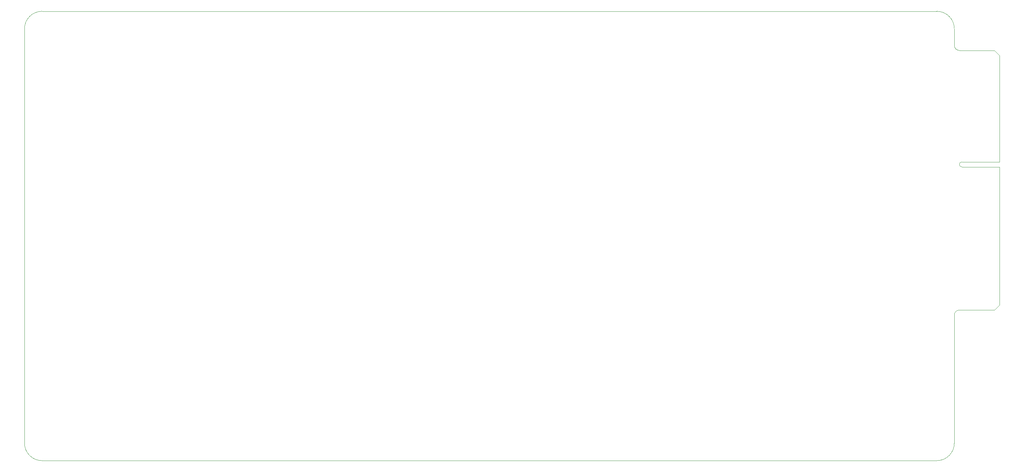
<source format=gm1>
G04 #@! TF.GenerationSoftware,KiCad,Pcbnew,(5.1.12)-1*
G04 #@! TF.CreationDate,2024-01-30T16:00:46+00:00*
G04 #@! TF.ProjectId,Backplane,4261636b-706c-4616-9e65-2e6b69636164,rev?*
G04 #@! TF.SameCoordinates,Original*
G04 #@! TF.FileFunction,Profile,NP*
%FSLAX46Y46*%
G04 Gerber Fmt 4.6, Leading zero omitted, Abs format (unit mm)*
G04 Created by KiCad (PCBNEW (5.1.12)-1) date 2024-01-30 16:00:46*
%MOMM*%
%LPD*%
G01*
G04 APERTURE LIST*
G04 #@! TA.AperFunction,Profile*
%ADD10C,0.050000*%
G04 #@! TD*
G04 APERTURE END LIST*
D10*
X290830000Y-50165000D02*
G75*
G02*
X290830000Y-48895000I0J635000D01*
G01*
X300355000Y-50165000D02*
X300355000Y-85090000D01*
X290830000Y-50165000D02*
X300355000Y-50165000D01*
X300355000Y-48895000D02*
X290830000Y-48895000D01*
X299085000Y-86360000D02*
X300355000Y-85090000D01*
X290195000Y-86360000D02*
X299085000Y-86360000D01*
X300355000Y-21971000D02*
X300355000Y-48895000D01*
X299085000Y-20701000D02*
X300355000Y-21971000D01*
X290195000Y-20701000D02*
X299085000Y-20701000D01*
X288925000Y-15240000D02*
X288925000Y-19431000D01*
X288925000Y-87630000D02*
X288925000Y-120015000D01*
X288925000Y-87630000D02*
G75*
G02*
X290195000Y-86360000I1270000J0D01*
G01*
X290195000Y-20701000D02*
G75*
G02*
X288925000Y-19431000I0J1270000D01*
G01*
X284480000Y-124460000D02*
X58420000Y-124460000D01*
X58420000Y-10795000D02*
X284480000Y-10795000D01*
X53975000Y-120015000D02*
X53975000Y-15240000D01*
X58420000Y-124460000D02*
G75*
G02*
X53975000Y-120015000I0J4445000D01*
G01*
X288925000Y-120015000D02*
G75*
G02*
X284480000Y-124460000I-4445000J0D01*
G01*
X284480000Y-10795000D02*
G75*
G02*
X288925000Y-15240000I0J-4445000D01*
G01*
X53975000Y-15240000D02*
G75*
G02*
X58420000Y-10795000I4445000J0D01*
G01*
M02*

</source>
